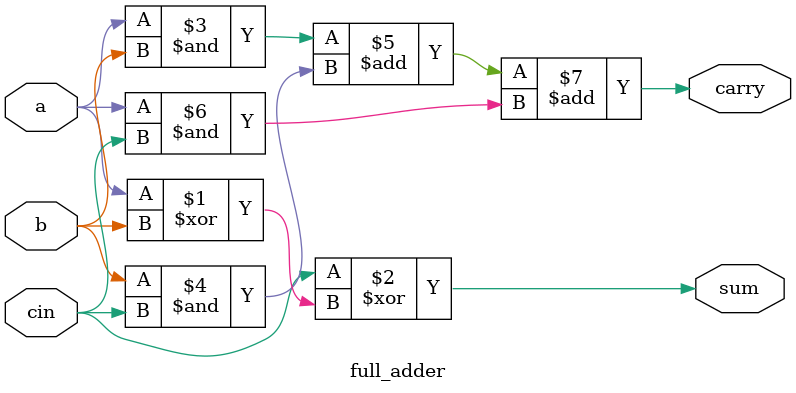
<source format=v>
module full_adder(
	input a, 
	input b, 
	input cin, 
	output sum, 
	output carry
);

assign sum = cin ^ (a ^ b);
assign carry = (a & b) + (b & cin) + (a & cin);

endmodule

</source>
